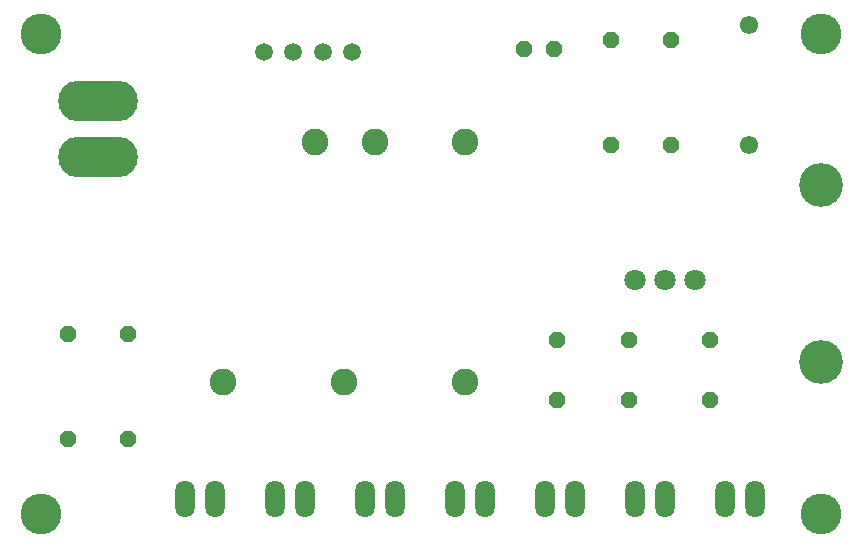
<source format=gts>
G04 Layer_Color=8388736*
%FSLAX23Y23*%
%MOIN*%
G70*
G01*
G75*
%ADD33C,0.061*%
%ADD34O,0.065X0.124*%
%ADD35P,0.058X8X292.5*%
%ADD36P,0.058X8X202.5*%
%ADD37C,0.089*%
%ADD38O,0.266X0.136*%
%ADD39C,0.059*%
%ADD40C,0.136*%
%ADD41C,0.146*%
%ADD42C,0.071*%
D33*
X5060Y3430D02*
D03*
Y3830D02*
D03*
D34*
X4780Y2250D02*
D03*
X4680D02*
D03*
X5080D02*
D03*
X4980D02*
D03*
X3280D02*
D03*
X3180D02*
D03*
X3580D02*
D03*
X3480D02*
D03*
X3880D02*
D03*
X3780D02*
D03*
X4180D02*
D03*
X4080D02*
D03*
X4480D02*
D03*
X4380D02*
D03*
D35*
X4930Y2580D02*
D03*
Y2780D02*
D03*
X4660Y2580D02*
D03*
Y2780D02*
D03*
X4420Y2580D02*
D03*
Y2780D02*
D03*
D36*
X2790Y2450D02*
D03*
X2990D02*
D03*
X4600Y3780D02*
D03*
X4800D02*
D03*
X2790Y2800D02*
D03*
X2990D02*
D03*
X4600Y3430D02*
D03*
X4800D02*
D03*
X4310Y3750D02*
D03*
X4410D02*
D03*
D37*
X3308Y2640D02*
D03*
X3710D02*
D03*
X4112D02*
D03*
X3612Y3440D02*
D03*
X3812D02*
D03*
X4112D02*
D03*
D38*
X2890Y3575D02*
D03*
Y3390D02*
D03*
D39*
X3442Y3740D02*
D03*
X3541D02*
D03*
X3639D02*
D03*
X3738D02*
D03*
D40*
X5300Y2200D02*
D03*
X2700Y3800D02*
D03*
X5300D02*
D03*
X2700Y2200D02*
D03*
D41*
X5300Y2705D02*
D03*
Y3295D02*
D03*
D42*
X4780Y2980D02*
D03*
X4880D02*
D03*
X4680D02*
D03*
M02*

</source>
